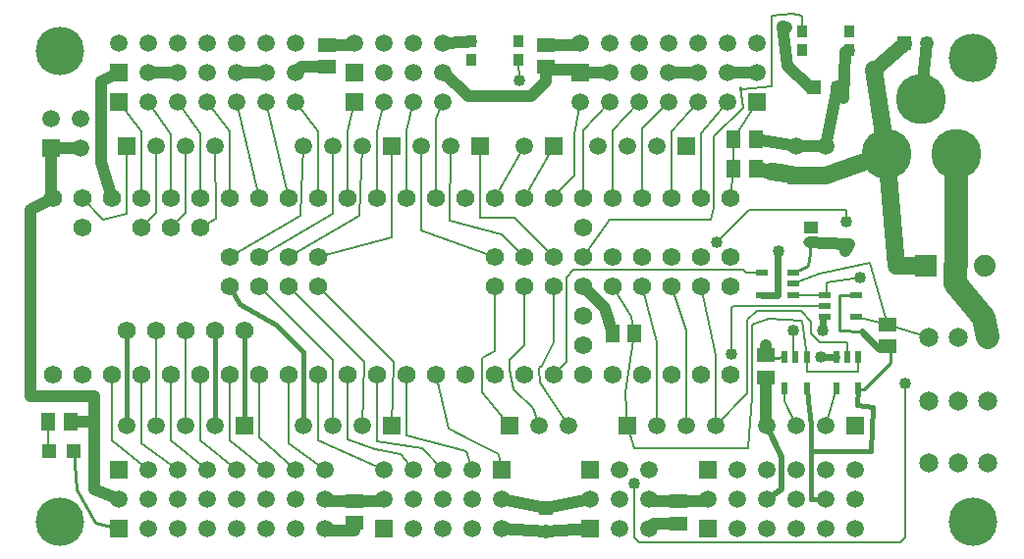
<source format=gtl>
G04 DipTrace 3.0.0.2*
G04 Teensy-TC36-Breakouti.gtl*
%MOIN*%
G04 #@! TF.FileFunction,Copper,L1,Top*
G04 #@! TF.Part,Single*
G04 #@! TA.AperFunction,ViaPad*
%ADD13C,0.04*%
G04 #@! TA.AperFunction,Conductor*
%ADD14C,0.023622*%
%ADD15C,0.015*%
%ADD16C,0.01*%
%ADD17C,0.02*%
%ADD18C,0.008*%
%ADD19C,0.035433*%
%ADD20C,0.08*%
%ADD21C,0.03937*%
%ADD23C,0.06*%
%ADD24C,0.049213*%
%ADD25C,0.059055*%
%ADD26C,0.051181*%
%ADD28R,0.059055X0.051181*%
G04 #@! TA.AperFunction,ComponentPad*
%ADD29R,0.049213X0.049213*%
%ADD30C,0.049213*%
%ADD31R,0.059055X0.059055*%
%ADD32C,0.059055*%
%ADD33C,0.17*%
%ADD35C,0.065199*%
%ADD36R,0.051181X0.03937*%
%ADD37O,0.051181X0.03937*%
%ADD39R,0.035433X0.03937*%
%ADD41R,0.047244X0.047244*%
%ADD42R,0.051181X0.059055*%
%ADD44R,0.043307X0.023622*%
G04 #@! TA.AperFunction,ComponentPad*
%ADD45C,0.06194*%
%ADD46R,0.074X0.074*%
%ADD47C,0.074*%
%ADD49R,0.023622X0.043307*%
G04 #@! TA.AperFunction,ViaPad*
%ADD51C,0.165*%
%FSLAX26Y26*%
G04*
G70*
G90*
G75*
G01*
G04 Top*
%LPD*%
X2408701Y2068701D2*
D13*
X2308701D1*
X843701D2*
X943701D1*
X1143701D2*
X1243701D1*
X2608701D2*
X2708701D1*
X2808701D2*
X2908701D1*
X2193701Y2088701D2*
Y2038701D1*
X2143701Y1988701D1*
X1928701D1*
X1843701Y2073701D1*
Y2068701D1*
X2308701D2*
X2299173Y2078229D1*
X2193701D1*
Y2088701D1*
X1343701Y2068701D2*
X1363701Y2088701D1*
X1448701D1*
X743701Y2068701D2*
X683701Y2039191D1*
Y1767028D1*
X718701Y1643701D1*
X2983701Y1463701D2*
D14*
X2980891D1*
Y1313701D1*
X2927402D1*
X2643701Y611103D2*
D13*
X2736103D1*
X2743701Y618701D1*
X2543701D2*
X2551299Y611103D1*
X2643701D1*
X1543701Y613701D2*
X1638701D1*
X1643701Y618701D1*
X1443701D2*
X1448701Y613701D1*
X1543701D1*
X743701Y618701D2*
X658701Y653701D1*
Y883701D1*
Y968701D1*
X442461D1*
Y1603771D1*
X518701Y1643701D1*
X578504Y883701D2*
X658701D1*
X513701Y1813701D2*
Y1643701D1*
X518701D1*
X513701Y1813701D2*
X613701D1*
X2938701Y1033701D2*
Y868701D1*
X2943701D1*
X3078701Y997402D2*
D15*
X3083715Y956051D1*
X3093701Y873701D1*
Y798701D1*
Y618701D1*
X3143701D1*
X3253701Y997402D2*
X3248701Y938701D1*
X3303701Y933701D1*
X3296999Y782402D1*
X3096891D1*
X3093701Y798701D1*
X2043701Y618701D2*
D13*
X2193701Y588701D1*
X2343701Y618701D1*
X3253701Y997402D2*
D16*
X3257402Y993701D1*
X3273701D1*
X3363701Y1083701D1*
Y1138701D1*
X3353701D1*
X2943701Y868701D2*
D17*
X2993701Y763701D1*
Y653701D1*
X2943701Y618701D1*
X3245000Y1313701D2*
D16*
X3188701D1*
Y1193786D1*
X3265176Y1188701D1*
D14*
X3320176Y1133701D1*
X3358701D1*
Y1138701D1*
X3353701D1*
X1718701Y1643701D2*
D18*
Y1873919D1*
X1743701Y1968701D1*
X1618701Y1643701D2*
Y1868701D1*
X1643701Y1968701D1*
X1518701Y1643701D2*
Y1868756D1*
X1543701Y1968701D1*
X1418701Y1643701D2*
Y1868756D1*
X1343701Y1968701D1*
X1318701Y1643701D2*
X1243701Y1968701D1*
X1218701Y1643701D2*
X1143701Y1968701D1*
X1118701Y1643701D2*
Y1868923D1*
X1043701Y1968701D1*
X1018701Y1643701D2*
Y1863701D1*
X943701Y1968701D1*
X918701Y1643701D2*
Y1858933D1*
X843701Y1968701D1*
X818701Y1643701D2*
Y1868756D1*
X743701Y1968701D1*
X918701Y1543701D2*
X968701Y1593701D1*
Y1818701D1*
X1018701Y1543701D2*
X1071557Y1574217D1*
X1068701Y1818701D1*
X768701D2*
Y1588647D1*
X690696Y1567746D1*
X618701Y1643701D1*
X818701Y1543701D2*
X868701Y1593701D1*
Y1818701D1*
X718701Y1043701D2*
Y818701D1*
X843701Y718701D1*
X818701Y1043701D2*
Y808223D1*
X943701Y718701D1*
X918701Y1043701D2*
Y818479D1*
X1043701Y718701D1*
X1018701Y1043701D2*
Y818201D1*
X1143701Y718701D1*
X1118701Y1043701D2*
Y818646D1*
X1243701Y718701D1*
X1218701Y1043701D2*
Y828701D1*
X1343701Y718701D1*
X1318701Y1043701D2*
Y808223D1*
X1443701Y718701D1*
X1418701Y1043701D2*
Y818201D1*
X1643701Y718701D1*
X1518701Y1043701D2*
Y823645D1*
X1613701Y788701D1*
X1698701Y773701D1*
X1743701Y718701D1*
X1618701Y1043701D2*
Y817316D1*
X1773701Y793701D1*
X1843701Y718701D1*
X1718701Y1043701D2*
Y837183D1*
X1922897Y782469D1*
X1943701Y718701D1*
X1818701Y1043701D2*
X1863701Y858701D1*
X1938701Y818701D1*
X2033701Y773701D1*
X2043701Y718701D1*
X1818701Y1643701D2*
Y1913747D1*
X1843701Y1968701D1*
X2718701Y1643701D2*
Y1863928D1*
X2808701Y1968701D1*
X2618701Y1643701D2*
Y1870086D1*
X2708701Y1968701D1*
X2518701Y1643701D2*
Y1878701D1*
X2608701Y1968701D1*
X2418701Y1643701D2*
Y1874189D1*
X2508701Y1968701D1*
X2318701Y1643701D2*
Y1873755D1*
X2408701Y1968701D1*
X2218701Y1643701D2*
Y1648701D1*
X2288701Y1718701D1*
Y1858933D1*
X2308701Y1968701D1*
X2018701Y1343701D2*
Y1123701D1*
X1975399Y1098701D1*
Y983654D1*
X2068701Y868701D1*
X2118701Y1343701D2*
Y1143638D1*
X2068701Y1093638D1*
Y1058603D1*
X2083956Y992243D1*
X2148103Y928096D1*
X2168701Y868701D1*
X2218701Y1343701D2*
Y1153023D1*
X2178411Y1073411D1*
X2169414Y1064414D1*
X2172802Y1017079D1*
X2187561Y994647D1*
X2268701Y868701D1*
X2418701Y1343701D2*
X2483701Y1238701D1*
X2493701Y1183701D1*
X2463701Y983701D1*
X2468701Y868701D1*
X2493701Y793701D1*
X2878701D1*
X2893701Y968701D1*
Y1213701D1*
X2948193Y1231629D1*
X3063193Y1226629D1*
X3078701Y1103701D1*
Y1053701D1*
X3253701D1*
Y1103701D1*
X2218701Y1443701D2*
X2087839Y1574563D1*
X1968701D1*
Y1818701D1*
X2118701Y1443701D2*
X2043701Y1518701D1*
X1867900Y1565807D1*
X1868701Y1818701D1*
X2018701Y1443701D2*
X1768701Y1533805D1*
Y1818701D1*
X1418701Y1443701D2*
X1669191Y1510819D1*
X1668701Y1818701D1*
X1318701Y1443701D2*
X1560956Y1583567D1*
X1568701Y1818701D1*
X1218701Y1443701D2*
X1468576Y1587966D1*
X1468701Y1818701D1*
X1118701Y1443701D2*
X1360763Y1583456D1*
X1368701Y1818701D1*
X968701Y1193701D2*
Y868701D1*
X868701Y1193701D2*
Y868701D1*
X2218701Y1043701D2*
X2261701Y1086701D1*
Y1373701D1*
X2286701Y1398701D1*
X2862701D1*
X2872898Y1388504D1*
X2927402D1*
X2823701Y1113701D2*
Y1269701D1*
X2830299Y1276299D1*
X3138701D1*
X3033701Y1313701D2*
X3138701D1*
X3033701D2*
X3145595D1*
Y1357499D1*
X3258701Y1373701D1*
X2493701Y673701D2*
Y487701D1*
X2509701Y471701D1*
X3397701D1*
X3413701Y487701D1*
Y1013701D1*
X2818701Y1643701D2*
X2831299Y1743701D1*
Y1843701D1*
X2908701Y1968701D1*
X2518701Y1343701D2*
X2568701Y1153701D1*
Y868701D1*
X3033701Y1193701D2*
Y1117299D1*
X3041299Y1109701D1*
Y1103701D1*
X2773701Y1493701D2*
X2883701Y1603701D1*
X3213701D1*
Y1563701D1*
X2618701Y1343701D2*
X2668701Y1193701D1*
Y868701D1*
X2718701Y1343701D2*
X2768701Y1108701D1*
Y868701D1*
X2877701Y977701D1*
Y1227701D1*
X2908701Y1258701D1*
X3058701D1*
X3093701Y1223701D1*
Y1183701D1*
X3123701Y1153701D1*
X3216299D1*
Y1103701D1*
X2118701Y1643701D2*
X2218701Y1818701D1*
X2018701Y1643701D2*
X2118701Y1818701D1*
X1318701Y1343701D2*
X1576213Y1086189D1*
X1568701Y868701D1*
X1418701Y1343701D2*
X1676310Y1086092D1*
X1668701Y868701D1*
X1218701Y1343701D2*
X1468701Y1093701D1*
Y868701D1*
X1118701Y1343701D2*
D15*
X1153432Y1283545D1*
X1277583Y1211866D1*
X1368701Y1120748D1*
Y868701D1*
X768701Y1193701D2*
Y868701D1*
X1068701Y1193701D2*
Y868701D1*
X1168701Y1193701D2*
Y868701D1*
X1443701Y518701D2*
D13*
Y513701D1*
X1543701D1*
Y538898D1*
X2308701Y2168701D2*
X2303504Y2163504D1*
X2193701D1*
X1543701Y2168701D2*
X1538504Y2163504D1*
X1448701D1*
X588701Y783701D2*
D16*
X598701Y653701D1*
X663701Y538701D1*
X743701Y518701D1*
X1843701Y2168701D2*
D13*
X1918701Y2173701D1*
D19*
X1937992Y2175197D1*
X3584921Y1793701D2*
D20*
Y1413701D1*
X3583701D1*
X3487441Y2168701D2*
D13*
X3466811Y1978740D1*
X2543701Y518701D2*
X2561299Y536299D1*
X2643701D1*
X2418898Y1183701D2*
X2393701Y1268701D1*
X2318701Y1343701D1*
X2043701Y518701D2*
X2193701Y509961D1*
X2343701Y518701D1*
X3583701Y1413701D2*
D20*
Y1353701D1*
X3680973Y1235701D1*
X3693701Y1168701D1*
X3182441Y2018701D2*
D13*
X3203071Y1981013D1*
X3210358Y2139305D1*
D19*
X3223701Y2145709D1*
X2938701Y1108504D2*
D13*
Y1143701D1*
X3133701Y1193701D2*
D14*
Y1238898D1*
X3138701D1*
X2938701Y1108504D2*
D16*
X2972454Y1098878D1*
X3003898Y1103701D1*
X3178898D2*
D14*
X3127087D1*
X3043701Y1818701D2*
D13*
X3143701D1*
X3182441Y2018701D1*
X2906103Y1843701D2*
X3043701Y1818701D1*
X3093701Y1493701D2*
D21*
X3139157Y1490204D1*
D13*
X3223701Y1485860D1*
X3208701Y1462868D1*
X3093701Y1493701D2*
D16*
X3088779Y1454322D1*
X3083701Y1413701D1*
X3070898Y1407249D1*
X3033701Y1388504D1*
X3178898Y997402D2*
D18*
X3143701Y868701D1*
X3043701D2*
X3003898Y951231D1*
Y997402D1*
X3245000Y1238898D2*
X3353701Y1213504D1*
X3493701Y1168701D1*
X3033701Y1351103D2*
X3123384Y1386182D1*
X3293701Y1423701D1*
X3353701Y1213504D1*
X506024Y783701D2*
X503701Y786024D1*
Y883701D1*
X2318701Y1443701D2*
X2408701Y1568701D1*
X2753701D1*
X2763701Y1608701D1*
Y1851727D1*
X2862580Y1950607D1*
X2853701Y2018701D1*
X2858701Y2013701D1*
X2958701Y2023701D1*
Y2263701D1*
X3028701Y2268701D1*
X3062284Y2263903D1*
Y2208701D1*
X2103701Y2043701D2*
X2099410Y2112205D1*
X3103701Y2018701D2*
D13*
X3088701D1*
X3013701Y2093701D1*
X2997070Y2224551D1*
X3008701Y2223701D1*
X3348701Y1793701D2*
D23*
X3383701Y1413701D1*
X3483701D1*
X3408701Y2168701D2*
D24*
X3306646Y2079676D1*
D23*
X3348701Y1793701D1*
X3043701Y1718701D2*
D25*
X3143701D1*
X3199605Y1739154D1*
D23*
X3348701Y1793701D1*
X2906103Y1743701D2*
D26*
X2960798Y1733764D1*
D23*
X2985132Y1729342D1*
D25*
X3043701Y1718701D1*
D13*
X2938701Y1143701D3*
X3127087Y1103701D3*
D3*
X3208701Y1462868D3*
X2103701Y2043701D3*
D51*
X3643701Y543701D3*
X543701D3*
Y2143701D3*
X3643701Y2118701D3*
D13*
X3008701Y2223701D3*
X3133701Y1193701D3*
X2983701Y1463701D3*
X2823701Y1113701D3*
X3258701Y1373701D3*
X3413701Y1013701D3*
X2493701Y673701D3*
X3033701Y1193701D3*
X3213701Y1563701D3*
X2773701Y1493701D3*
D28*
X2193701Y2088701D3*
Y2163504D3*
D29*
X3408701Y2168701D3*
D30*
X3487441D3*
D29*
X2193701Y588701D3*
D30*
Y509961D3*
D28*
X2938701Y1033701D3*
Y1108504D3*
D29*
X3103701Y2018701D3*
D30*
X3182441D3*
D28*
X1448701Y2088701D3*
Y2163504D3*
X1543701Y613701D3*
Y538898D3*
X2643701Y611103D3*
Y536299D3*
D31*
X2308701Y2068701D3*
D32*
Y2168701D3*
X2408701Y2068701D3*
Y2168701D3*
X2508701Y2068701D3*
Y2168701D3*
X2608701Y2068701D3*
Y2168701D3*
X2708701Y2068701D3*
Y2168701D3*
X2808701Y2068701D3*
Y2168701D3*
X2908701Y2068701D3*
Y2168701D3*
D31*
X1543701Y2068701D3*
D32*
Y2168701D3*
X1643701Y2068701D3*
Y2168701D3*
X1743701Y2068701D3*
Y2168701D3*
X1843701Y2068701D3*
Y2168701D3*
D31*
X743701Y2068701D3*
D32*
Y2168701D3*
X843701Y2068701D3*
Y2168701D3*
X943701Y2068701D3*
Y2168701D3*
X1043701Y2068701D3*
Y2168701D3*
X1143701Y2068701D3*
Y2168701D3*
X1243701Y2068701D3*
Y2168701D3*
X1343701Y2068701D3*
Y2168701D3*
D31*
X743701Y518701D3*
D32*
Y618701D3*
X843701Y518701D3*
Y618701D3*
X943701Y518701D3*
Y618701D3*
X1043701Y518701D3*
Y618701D3*
X1143701Y518701D3*
Y618701D3*
X1243701Y518701D3*
Y618701D3*
X1343701Y518701D3*
Y618701D3*
X1443701Y518701D3*
Y618701D3*
D31*
X1643701Y518701D3*
D32*
Y618701D3*
X1743701Y518701D3*
Y618701D3*
X1843701Y518701D3*
Y618701D3*
X1943701Y518701D3*
Y618701D3*
X2043701Y518701D3*
Y618701D3*
D31*
X2743701Y518701D3*
D32*
Y618701D3*
X2843701Y518701D3*
Y618701D3*
X2943701Y518701D3*
Y618701D3*
X3043701Y518701D3*
Y618701D3*
X3143701Y518701D3*
Y618701D3*
X3243701Y518701D3*
Y618701D3*
D31*
X2343701Y518701D3*
D32*
Y618701D3*
X2443701Y518701D3*
Y618701D3*
X2543701Y518701D3*
Y618701D3*
D33*
X3348701Y1793701D3*
X3584921D3*
X3466811Y1978740D3*
D31*
X513701Y1813701D3*
D32*
Y1913701D3*
X613701Y1813701D3*
Y1913701D3*
D35*
X3693701Y1168701D3*
X3593701D3*
X3493701D3*
X3693701Y953701D3*
X3593701D3*
X3493701D3*
X3693701Y743701D3*
X3593701D3*
X3493701D3*
D36*
X3093701Y1543701D3*
D37*
Y1493701D3*
D31*
X743701Y718701D3*
D32*
X843701D3*
X943701D3*
X1043701D3*
X1143701D3*
X1243701D3*
X1343701D3*
X1443701D3*
D31*
X2043701D3*
D32*
X1943701D3*
X1843701D3*
X1743701D3*
X1643701D3*
D31*
X2743701D3*
D32*
X2843701D3*
X2943701D3*
X3043701D3*
X3143701D3*
X3243701D3*
D31*
X2468701Y868701D3*
D32*
X2568701D3*
X2668701D3*
X2768701D3*
D31*
X2908701Y1968701D3*
D32*
X2808701D3*
X2708701D3*
X2608701D3*
X2508701D3*
X2408701D3*
X2308701D3*
D31*
X2068701Y868701D3*
D32*
X2168701D3*
X2268701D3*
D31*
X1543701Y1968701D3*
D32*
X1643701D3*
X1743701D3*
X1843701D3*
D31*
X743701D3*
D32*
X843701D3*
X943701D3*
X1043701D3*
X1143701D3*
X1243701D3*
X1343701D3*
D31*
X1668701Y1818701D3*
D32*
X1568701D3*
X1468701D3*
X1368701D3*
D31*
X1968701D3*
D32*
X1868701D3*
X1768701D3*
D31*
X2668701D3*
D32*
X2568701D3*
X2468701D3*
X2368701D3*
D31*
X768701D3*
D32*
X868701D3*
X968701D3*
X1068701D3*
D31*
X2218701D3*
D32*
X2118701D3*
D31*
X2343701Y718701D3*
D32*
X2443701D3*
X2543701D3*
D31*
X1668701Y868701D3*
D32*
X1568701D3*
X1468701D3*
X1368701D3*
D31*
X3243701D3*
D32*
X3143701D3*
X3043701D3*
X2943701D3*
D31*
X1168701D3*
D32*
X1068701D3*
X968701D3*
X868701D3*
X768701D3*
D31*
X3043701Y1718701D3*
D32*
Y1818701D3*
X3143701Y1718701D3*
Y1818701D3*
D39*
X3062284Y2145709D3*
X3223701D3*
Y2208701D3*
X3062284D3*
D41*
X588701Y783701D3*
X506024D3*
D42*
X2831299Y1743701D3*
X2906103D3*
Y1843701D3*
X2831299D3*
X2493701Y1183701D3*
X2418898D3*
X503701Y883701D3*
X578504D3*
D28*
X3353701Y1138701D3*
Y1213504D3*
D39*
X2099410Y2175197D3*
X1937992D3*
Y2112205D3*
X2099410D3*
D44*
X3033701Y1313701D3*
Y1351103D3*
Y1388504D3*
X2927402D3*
Y1313701D3*
X3138701D3*
Y1276299D3*
Y1238898D3*
X3245000D3*
Y1313701D3*
D45*
X518701Y1043701D3*
X618701D3*
X718701D3*
X818701D3*
X918701D3*
X1018701D3*
X1118701D3*
X1218701D3*
X1318701D3*
X1418701D3*
X1518701D3*
X1618701D3*
X1718701D3*
X1818701D3*
X2318701Y1143701D3*
Y1243701D3*
Y1343701D3*
Y1443701D3*
X2118701Y1643701D3*
X1818701D3*
X1718701D3*
X1618701D3*
X1518701D3*
X1418701D3*
X1318701D3*
X1218701D3*
X1118701D3*
X1018701D3*
X918701D3*
X818701D3*
X718701D3*
X618701D3*
X518701D3*
X618701Y1543701D3*
X818701D3*
X918701D3*
X1018701D3*
X2418701Y1043701D3*
X2518701D3*
X2318701D3*
X2218701D3*
X2118701D3*
X2018701D3*
X2618701D3*
X2718701D3*
X2818701D3*
Y1643701D3*
X1918701Y1043701D3*
X2718701Y1643701D3*
X1918701D3*
X2618701D3*
X2418701D3*
X2318701D3*
X2218701D3*
X2518701D3*
X2018701D3*
X2318701Y1543701D3*
X2818701Y1343701D3*
X2718701D3*
X2618701D3*
X2818701Y1443701D3*
X2718701D3*
X2618701D3*
X2518701D3*
X2418701D3*
X2518701Y1343701D3*
X2418701D3*
X2218701D3*
X2118701D3*
X2018701D3*
X2218701Y1443701D3*
X2118701D3*
X2018701D3*
X1418701Y1343701D3*
X1318701D3*
X1218701D3*
X1418701Y1443701D3*
X1318701D3*
X1218701D3*
X1118701D3*
Y1343701D3*
X768701Y1193701D3*
X868701D3*
X968701D3*
X1068701D3*
X1168701D3*
D46*
X3483701Y1413701D3*
D47*
X3583701D3*
X3683701D3*
D49*
X3253701Y1103701D3*
X3216299D3*
X3178898D3*
Y997402D3*
X3253701D3*
X3078701Y1103701D3*
X3041299D3*
X3003898D3*
Y997402D3*
X3078701D3*
M02*

</source>
